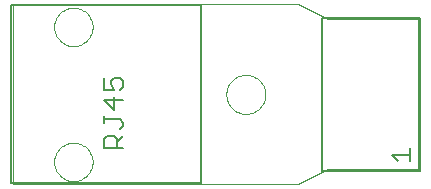
<source format=gto>
G75*
%MOIN*%
%OFA0B0*%
%FSLAX24Y24*%
%IPPOS*%
%LPD*%
%AMOC8*
5,1,8,0,0,1.08239X$1,22.5*
%
%ADD10C,0.0000*%
%ADD11C,0.0080*%
%ADD12C,0.0060*%
%ADD13C,0.0050*%
D10*
X000333Y003583D02*
X009833Y003583D01*
X010833Y004083D01*
X013833Y004083D01*
X013833Y009083D01*
X010833Y009083D01*
X009833Y009583D01*
X000333Y009583D01*
X000333Y003583D01*
X001693Y004333D02*
X001695Y004383D01*
X001701Y004433D01*
X001711Y004482D01*
X001724Y004531D01*
X001742Y004578D01*
X001763Y004624D01*
X001787Y004667D01*
X001815Y004709D01*
X001846Y004749D01*
X001880Y004786D01*
X001917Y004820D01*
X001957Y004851D01*
X001999Y004879D01*
X002042Y004903D01*
X002088Y004924D01*
X002135Y004942D01*
X002184Y004955D01*
X002233Y004965D01*
X002283Y004971D01*
X002333Y004973D01*
X002383Y004971D01*
X002433Y004965D01*
X002482Y004955D01*
X002531Y004942D01*
X002578Y004924D01*
X002624Y004903D01*
X002667Y004879D01*
X002709Y004851D01*
X002749Y004820D01*
X002786Y004786D01*
X002820Y004749D01*
X002851Y004709D01*
X002879Y004667D01*
X002903Y004624D01*
X002924Y004578D01*
X002942Y004531D01*
X002955Y004482D01*
X002965Y004433D01*
X002971Y004383D01*
X002973Y004333D01*
X002971Y004283D01*
X002965Y004233D01*
X002955Y004184D01*
X002942Y004135D01*
X002924Y004088D01*
X002903Y004042D01*
X002879Y003999D01*
X002851Y003957D01*
X002820Y003917D01*
X002786Y003880D01*
X002749Y003846D01*
X002709Y003815D01*
X002667Y003787D01*
X002624Y003763D01*
X002578Y003742D01*
X002531Y003724D01*
X002482Y003711D01*
X002433Y003701D01*
X002383Y003695D01*
X002333Y003693D01*
X002283Y003695D01*
X002233Y003701D01*
X002184Y003711D01*
X002135Y003724D01*
X002088Y003742D01*
X002042Y003763D01*
X001999Y003787D01*
X001957Y003815D01*
X001917Y003846D01*
X001880Y003880D01*
X001846Y003917D01*
X001815Y003957D01*
X001787Y003999D01*
X001763Y004042D01*
X001742Y004088D01*
X001724Y004135D01*
X001711Y004184D01*
X001701Y004233D01*
X001695Y004283D01*
X001693Y004333D01*
X007433Y006583D02*
X007435Y006633D01*
X007441Y006683D01*
X007451Y006733D01*
X007464Y006781D01*
X007481Y006829D01*
X007502Y006875D01*
X007526Y006919D01*
X007554Y006961D01*
X007585Y007001D01*
X007619Y007038D01*
X007656Y007073D01*
X007695Y007104D01*
X007736Y007133D01*
X007780Y007158D01*
X007826Y007180D01*
X007873Y007198D01*
X007921Y007212D01*
X007970Y007223D01*
X008020Y007230D01*
X008070Y007233D01*
X008121Y007232D01*
X008171Y007227D01*
X008221Y007218D01*
X008269Y007206D01*
X008317Y007189D01*
X008363Y007169D01*
X008408Y007146D01*
X008451Y007119D01*
X008491Y007089D01*
X008529Y007056D01*
X008564Y007020D01*
X008597Y006981D01*
X008626Y006940D01*
X008652Y006897D01*
X008675Y006852D01*
X008694Y006805D01*
X008709Y006757D01*
X008721Y006708D01*
X008729Y006658D01*
X008733Y006608D01*
X008733Y006558D01*
X008729Y006508D01*
X008721Y006458D01*
X008709Y006409D01*
X008694Y006361D01*
X008675Y006314D01*
X008652Y006269D01*
X008626Y006226D01*
X008597Y006185D01*
X008564Y006146D01*
X008529Y006110D01*
X008491Y006077D01*
X008451Y006047D01*
X008408Y006020D01*
X008363Y005997D01*
X008317Y005977D01*
X008269Y005960D01*
X008221Y005948D01*
X008171Y005939D01*
X008121Y005934D01*
X008070Y005933D01*
X008020Y005936D01*
X007970Y005943D01*
X007921Y005954D01*
X007873Y005968D01*
X007826Y005986D01*
X007780Y006008D01*
X007736Y006033D01*
X007695Y006062D01*
X007656Y006093D01*
X007619Y006128D01*
X007585Y006165D01*
X007554Y006205D01*
X007526Y006247D01*
X007502Y006291D01*
X007481Y006337D01*
X007464Y006385D01*
X007451Y006433D01*
X007441Y006483D01*
X007435Y006533D01*
X007433Y006583D01*
X001693Y008833D02*
X001695Y008883D01*
X001701Y008933D01*
X001711Y008982D01*
X001724Y009031D01*
X001742Y009078D01*
X001763Y009124D01*
X001787Y009167D01*
X001815Y009209D01*
X001846Y009249D01*
X001880Y009286D01*
X001917Y009320D01*
X001957Y009351D01*
X001999Y009379D01*
X002042Y009403D01*
X002088Y009424D01*
X002135Y009442D01*
X002184Y009455D01*
X002233Y009465D01*
X002283Y009471D01*
X002333Y009473D01*
X002383Y009471D01*
X002433Y009465D01*
X002482Y009455D01*
X002531Y009442D01*
X002578Y009424D01*
X002624Y009403D01*
X002667Y009379D01*
X002709Y009351D01*
X002749Y009320D01*
X002786Y009286D01*
X002820Y009249D01*
X002851Y009209D01*
X002879Y009167D01*
X002903Y009124D01*
X002924Y009078D01*
X002942Y009031D01*
X002955Y008982D01*
X002965Y008933D01*
X002971Y008883D01*
X002973Y008833D01*
X002971Y008783D01*
X002965Y008733D01*
X002955Y008684D01*
X002942Y008635D01*
X002924Y008588D01*
X002903Y008542D01*
X002879Y008499D01*
X002851Y008457D01*
X002820Y008417D01*
X002786Y008380D01*
X002749Y008346D01*
X002709Y008315D01*
X002667Y008287D01*
X002624Y008263D01*
X002578Y008242D01*
X002531Y008224D01*
X002482Y008211D01*
X002433Y008201D01*
X002383Y008195D01*
X002333Y008193D01*
X002283Y008195D01*
X002233Y008201D01*
X002184Y008211D01*
X002135Y008224D01*
X002088Y008242D01*
X002042Y008263D01*
X001999Y008287D01*
X001957Y008315D01*
X001917Y008346D01*
X001880Y008380D01*
X001846Y008417D01*
X001815Y008457D01*
X001787Y008499D01*
X001763Y008542D01*
X001742Y008588D01*
X001724Y008635D01*
X001711Y008684D01*
X001701Y008733D01*
X001695Y008783D01*
X001693Y008833D01*
D11*
X000270Y009547D02*
X006593Y009547D01*
X006593Y003620D01*
X000270Y003620D01*
X000270Y009547D01*
X010625Y009134D02*
X010625Y004033D01*
X013889Y004033D01*
X013889Y009134D01*
X010625Y009134D01*
D12*
X004003Y007039D02*
X004003Y006826D01*
X003897Y006719D01*
X003683Y006719D02*
X003576Y006932D01*
X003576Y007039D01*
X003683Y007146D01*
X003897Y007146D01*
X004003Y007039D01*
X003363Y007146D02*
X003363Y006719D01*
X003683Y006719D01*
X003683Y006501D02*
X003683Y006074D01*
X003363Y006395D01*
X004003Y006395D01*
X003363Y005857D02*
X003363Y005643D01*
X003363Y005750D02*
X003897Y005750D01*
X004003Y005643D01*
X004003Y005536D01*
X003897Y005430D01*
X004003Y005212D02*
X003790Y004999D01*
X003790Y005105D02*
X003790Y004785D01*
X004003Y004785D02*
X003363Y004785D01*
X003363Y005105D01*
X003470Y005212D01*
X003683Y005212D01*
X003790Y005105D01*
D13*
X012960Y004578D02*
X013570Y004578D01*
X013570Y004781D02*
X013570Y004374D01*
X013163Y004374D02*
X012960Y004578D01*
M02*

</source>
